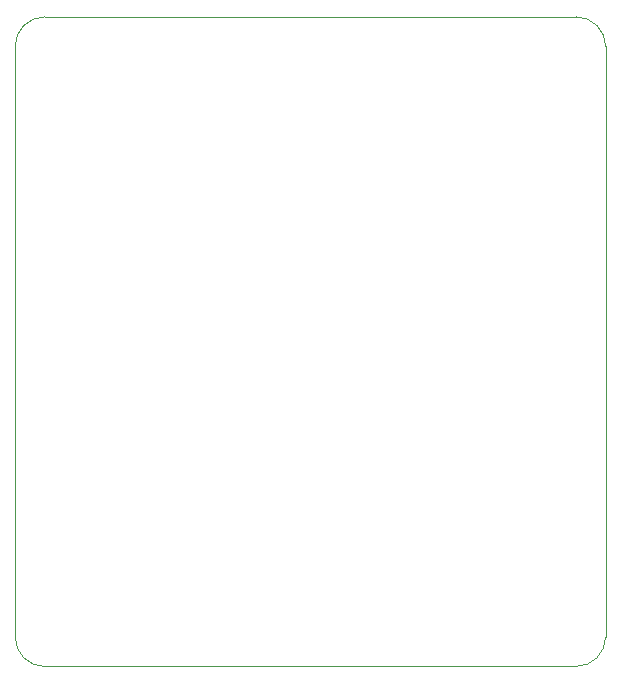
<source format=gbr>
%TF.GenerationSoftware,KiCad,Pcbnew,8.0.3-8.0.3-0~ubuntu22.04.1*%
%TF.CreationDate,2024-08-07T12:48:36+03:00*%
%TF.ProjectId,communication_body,636f6d6d-756e-4696-9361-74696f6e5f62,rev?*%
%TF.SameCoordinates,Original*%
%TF.FileFunction,Profile,NP*%
%FSLAX46Y46*%
G04 Gerber Fmt 4.6, Leading zero omitted, Abs format (unit mm)*
G04 Created by KiCad (PCBNEW 8.0.3-8.0.3-0~ubuntu22.04.1) date 2024-08-07 12:48:36*
%MOMM*%
%LPD*%
G01*
G04 APERTURE LIST*
%TA.AperFunction,Profile*%
%ADD10C,0.050000*%
%TD*%
G04 APERTURE END LIST*
D10*
X159665000Y-73465000D02*
G75*
G02*
X162165000Y-75965000I0J-2500000D01*
G01*
X114665000Y-128465000D02*
G75*
G02*
X112165000Y-125965000I0J2500000D01*
G01*
X159665000Y-128465000D02*
X114665000Y-128465000D01*
X112165000Y-125965000D02*
X112165000Y-75965000D01*
X162165000Y-75965000D02*
X162165000Y-125965000D01*
X114665000Y-73465000D02*
X159665000Y-73465000D01*
X162165000Y-125965000D02*
G75*
G02*
X159665000Y-128465000I-2500000J0D01*
G01*
X112165000Y-75965000D02*
G75*
G02*
X114665000Y-73465000I2500000J0D01*
G01*
M02*

</source>
